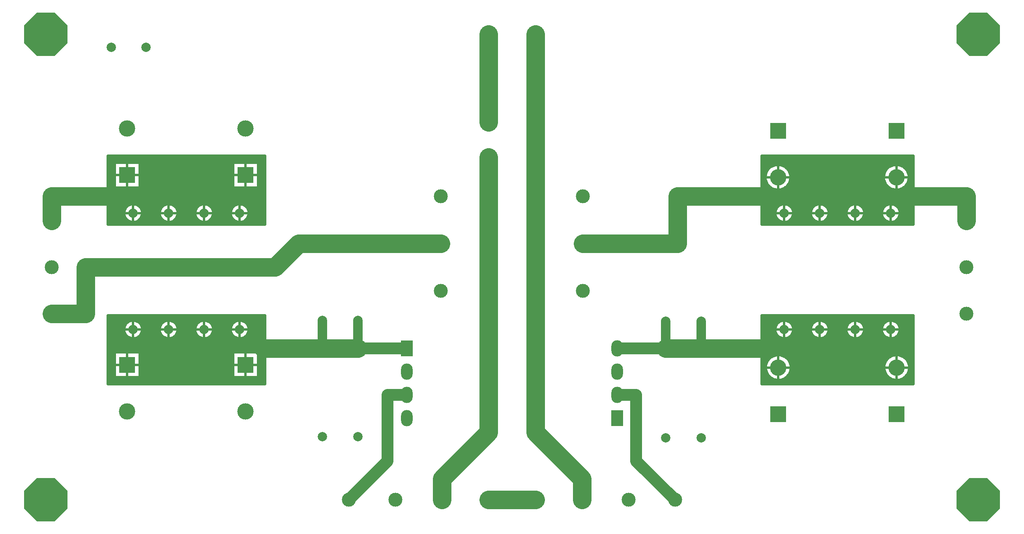
<source format=gbr>
G04 DipTrace 3.3.1.3*
G04 Top.gbr*
%MOMM*%
G04 #@! TF.FileFunction,Copper,L1,Top*
G04 #@! TF.Part,Single*
%AMOUTLINE0*
4,1,8,
4.6194,1.91343,
4.6194,-1.91343,
1.91343,-4.6194,
-1.91343,-4.6194,
-4.6194,-1.91343,
-4.6194,1.91343,
-1.91343,4.6194,
1.91343,4.6194,
4.6194,1.91343,
0*%
G04 #@! TA.AperFunction,Conductor*
%ADD13C,4.0*%
G04 #@! TA.AperFunction,ComponentPad*
%ADD14C,2.0*%
G04 #@! TA.AperFunction,Conductor*
%ADD15C,2.5*%
G04 #@! TA.AperFunction,CopperBalancing*
%ADD16C,0.635*%
%ADD17C,0.5*%
G04 #@! TA.AperFunction,ComponentPad*
%ADD18C,3.0*%
%ADD19O,2.5X3.5*%
%ADD20R,2.5X3.5*%
%ADD21C,3.5*%
%ADD22R,3.5X3.5*%
%ADD43OUTLINE0*%
%FSLAX35Y35*%
G04*
G71*
G90*
G75*
G01*
G04 Top*
%LPD*%
X11422000Y9014500D2*
D13*
Y3151500D1*
X10422000Y1651500D2*
Y2103500D1*
X11422000Y3103500D1*
Y3151500D1*
Y1651500D2*
X12422000D1*
X11422000Y11651500D2*
Y9764500D1*
X12422000Y11651500D2*
Y3151500D1*
Y3103500D1*
X13422000Y2103500D1*
Y1651500D1*
X17383000Y8175500D2*
X15478000D1*
Y7159500D1*
X13446000D1*
X20431000Y8175500D2*
X21668000D1*
Y7651500D1*
X2049000Y5651500D2*
X2778000D1*
Y6651500D1*
X6842000D1*
X7350000Y7159500D1*
X10398000D1*
X3413000Y8175500D2*
X2049000D1*
Y7651500D1*
X14176000Y4901500D2*
D15*
X15224000D1*
D13*
X15932150D1*
X17482000D1*
X15224000Y5484500D2*
D14*
Y4901500D1*
X15986000Y5484500D2*
Y4955350D1*
X15932150Y4901500D1*
X9668000D2*
D15*
X8620000D1*
D13*
X7858000D1*
X6588000D1*
X8620000Y5504500D2*
D14*
Y4901500D1*
X7858000Y5504500D2*
Y4901500D1*
X8422000Y1651500D2*
D15*
X9255000Y2484500D1*
Y3901500D1*
X9668000D1*
X14176000D2*
X14589000D1*
Y2484500D1*
X15422000Y1651500D1*
X17294147Y8969583D2*
D16*
X20519857D1*
X17294147Y8906417D2*
X20519857D1*
X17294147Y8843250D2*
X17540483D1*
X17717517D2*
X20080533D1*
X20257480D2*
X20519857D1*
X17294147Y8780083D2*
X17433020D1*
X17824980D2*
X19973073D1*
X20364940D2*
X20519857D1*
X17294147Y8716917D2*
X17383530D1*
X17874470D2*
X19923580D1*
X20414433D2*
X20519857D1*
X17294147Y8653750D2*
X17357280D1*
X17900720D2*
X19897240D1*
X20440683D2*
X20519857D1*
X17294147Y8590583D2*
X17347527D1*
X17910473D2*
X19887580D1*
X20450433D2*
X20519857D1*
X17294147Y8527417D2*
X17352540D1*
X17905460D2*
X19892500D1*
X20445513D2*
X20519857D1*
X17294147Y8464250D2*
X17373137D1*
X17884863D2*
X19913100D1*
X20424913D2*
X20519857D1*
X17294147Y8401083D2*
X17413880D1*
X17844120D2*
X19953840D1*
X20384170D2*
X20519857D1*
X17294147Y8337917D2*
X17492540D1*
X17765460D2*
X20032500D1*
X20305513D2*
X20519857D1*
X17294147Y8274750D2*
X20519857D1*
X17294147Y8211583D2*
X20519857D1*
X17294147Y8148417D2*
X20519857D1*
X17294147Y8085250D2*
X20519857D1*
X17294147Y8022083D2*
X20519857D1*
X17294147Y7958917D2*
X17623150D1*
X17904823D2*
X18385130D1*
X18666803D2*
X19147200D1*
X19428873D2*
X19909180D1*
X20190850D2*
X20519857D1*
X17294147Y7895750D2*
X17576393D1*
X17951580D2*
X18338373D1*
X18713560D2*
X19100443D1*
X19475630D2*
X19862423D1*
X20237610D2*
X20519857D1*
X17294147Y7832583D2*
X17558620D1*
X17969447D2*
X18320600D1*
X18731423D2*
X19082580D1*
X19493403D2*
X19844557D1*
X20255383D2*
X20519857D1*
X17294147Y7769417D2*
X17561627D1*
X17966347D2*
X18323607D1*
X18728417D2*
X19085587D1*
X19490397D2*
X19847657D1*
X20252373D2*
X20519857D1*
X17294147Y7706250D2*
X17586603D1*
X17941373D2*
X18348673D1*
X18703350D2*
X19110650D1*
X19465330D2*
X19872630D1*
X20227400D2*
X20519857D1*
X17294147Y7643083D2*
X17647670D1*
X17880303D2*
X18409740D1*
X18642283D2*
X19171720D1*
X19404263D2*
X19933697D1*
X20166333D2*
X20519857D1*
X17294147Y7579917D2*
X20519857D1*
X17904250Y8575833D2*
X17902867Y8552547D1*
X17899517Y8529463D1*
X17894227Y8506747D1*
X17887030Y8484557D1*
X17877980Y8463057D1*
X17867147Y8442400D1*
X17854600Y8422737D1*
X17840433Y8404203D1*
X17824750Y8386937D1*
X17807660Y8371060D1*
X17789287Y8356687D1*
X17769763Y8343920D1*
X17749230Y8332853D1*
X17727833Y8323563D1*
X17705727Y8316120D1*
X17683070Y8310573D1*
X17660027Y8306963D1*
X17636757Y8305320D1*
X17613433Y8305650D1*
X17590220Y8307957D1*
X17567287Y8312217D1*
X17544797Y8318403D1*
X17522910Y8326473D1*
X17501787Y8336367D1*
X17481573Y8348013D1*
X17462423Y8361327D1*
X17444467Y8376217D1*
X17427833Y8392573D1*
X17412647Y8410277D1*
X17399013Y8429203D1*
X17387030Y8449217D1*
X17376783Y8470173D1*
X17368350Y8491923D1*
X17361787Y8514307D1*
X17357143Y8537167D1*
X17354450Y8560337D1*
X17353727Y8583650D1*
X17354983Y8606943D1*
X17358207Y8630047D1*
X17363373Y8652793D1*
X17370447Y8675020D1*
X17379377Y8696570D1*
X17390097Y8717287D1*
X17402537Y8737020D1*
X17416600Y8755630D1*
X17432187Y8772983D1*
X17449190Y8788953D1*
X17467483Y8803427D1*
X17486933Y8816300D1*
X17507407Y8827480D1*
X17528753Y8836890D1*
X17550817Y8844453D1*
X17573443Y8850127D1*
X17596470Y8853860D1*
X17619727Y8855633D1*
X17643053Y8855430D1*
X17666277Y8853253D1*
X17689237Y8849120D1*
X17711760Y8843057D1*
X17733690Y8835107D1*
X17754870Y8825330D1*
X17775143Y8813797D1*
X17794370Y8800587D1*
X17812407Y8785797D1*
X17829130Y8769533D1*
X17844413Y8751910D1*
X17858150Y8733060D1*
X17870243Y8713113D1*
X17880603Y8692213D1*
X17889160Y8670513D1*
X17895843Y8648163D1*
X17900617Y8625330D1*
X17903437Y8602177D1*
X17904250Y8575833D1*
X20444250D2*
X20442867Y8552547D1*
X20439517Y8529463D1*
X20434227Y8506747D1*
X20427030Y8484557D1*
X20417980Y8463057D1*
X20407147Y8442400D1*
X20394600Y8422737D1*
X20380433Y8404203D1*
X20364750Y8386937D1*
X20347660Y8371060D1*
X20329287Y8356687D1*
X20309763Y8343920D1*
X20289230Y8332853D1*
X20267833Y8323563D1*
X20245727Y8316120D1*
X20223070Y8310573D1*
X20200027Y8306963D1*
X20176757Y8305320D1*
X20153433Y8305650D1*
X20130220Y8307957D1*
X20107287Y8312217D1*
X20084797Y8318403D1*
X20062910Y8326473D1*
X20041787Y8336367D1*
X20021573Y8348013D1*
X20002423Y8361327D1*
X19984467Y8376217D1*
X19967833Y8392573D1*
X19952647Y8410277D1*
X19939013Y8429203D1*
X19927030Y8449217D1*
X19916783Y8470173D1*
X19908350Y8491923D1*
X19901787Y8514307D1*
X19897143Y8537167D1*
X19894450Y8560337D1*
X19893727Y8583650D1*
X19894983Y8606943D1*
X19898207Y8630047D1*
X19903373Y8652793D1*
X19910447Y8675020D1*
X19919377Y8696570D1*
X19930097Y8717287D1*
X19942537Y8737020D1*
X19956600Y8755630D1*
X19972187Y8772983D1*
X19989190Y8788953D1*
X20007483Y8803427D1*
X20026933Y8816300D1*
X20047407Y8827480D1*
X20068753Y8836890D1*
X20090817Y8844453D1*
X20113443Y8850127D1*
X20136470Y8853860D1*
X20159727Y8855633D1*
X20183053Y8855430D1*
X20206277Y8853253D1*
X20229237Y8849120D1*
X20251760Y8843057D1*
X20273690Y8835107D1*
X20294870Y8825330D1*
X20315143Y8813797D1*
X20334370Y8800587D1*
X20352407Y8785797D1*
X20369130Y8769533D1*
X20384413Y8751910D1*
X20398150Y8733060D1*
X20410243Y8713113D1*
X20420603Y8692213D1*
X20429160Y8670513D1*
X20435843Y8648163D1*
X20440617Y8625330D1*
X20443437Y8602177D1*
X20444250Y8575833D1*
X17964237Y7805833D2*
X17962337Y7782590D1*
X17957747Y7759727D1*
X17950533Y7737550D1*
X17940790Y7716363D1*
X17928650Y7696453D1*
X17914277Y7678087D1*
X17897867Y7661517D1*
X17879643Y7646967D1*
X17859850Y7634633D1*
X17838760Y7624687D1*
X17816657Y7617257D1*
X17793837Y7612443D1*
X17770613Y7610320D1*
X17747300Y7610907D1*
X17724213Y7614200D1*
X17701667Y7620157D1*
X17679967Y7628690D1*
X17659403Y7639690D1*
X17640257Y7653007D1*
X17622790Y7668457D1*
X17607237Y7685833D1*
X17593810Y7704900D1*
X17582690Y7725397D1*
X17574027Y7747050D1*
X17567940Y7769560D1*
X17564510Y7792627D1*
X17563783Y7815937D1*
X17565773Y7839170D1*
X17570450Y7862017D1*
X17577750Y7884167D1*
X17587573Y7905317D1*
X17599790Y7925180D1*
X17614233Y7943490D1*
X17630707Y7959997D1*
X17648987Y7974477D1*
X17668827Y7986733D1*
X17689957Y7996600D1*
X17712090Y8003947D1*
X17734927Y8008670D1*
X17758157Y8010703D1*
X17781467Y8010027D1*
X17804540Y8006643D1*
X17827063Y8000603D1*
X17848733Y7991983D1*
X17869253Y7980903D1*
X17888347Y7967517D1*
X17905753Y7951997D1*
X17921240Y7934563D1*
X17934597Y7915443D1*
X17945637Y7894903D1*
X17954217Y7873220D1*
X17960217Y7850683D1*
X17963557Y7827603D1*
X17964237Y7805833D1*
X18726237D2*
X18724337Y7782590D1*
X18719747Y7759727D1*
X18712533Y7737550D1*
X18702790Y7716363D1*
X18690650Y7696453D1*
X18676277Y7678087D1*
X18659867Y7661517D1*
X18641643Y7646967D1*
X18621850Y7634633D1*
X18600760Y7624687D1*
X18578657Y7617257D1*
X18555837Y7612443D1*
X18532613Y7610320D1*
X18509300Y7610907D1*
X18486213Y7614200D1*
X18463667Y7620157D1*
X18441967Y7628690D1*
X18421403Y7639690D1*
X18402257Y7653007D1*
X18384790Y7668457D1*
X18369237Y7685833D1*
X18355810Y7704900D1*
X18344690Y7725397D1*
X18336027Y7747050D1*
X18329940Y7769560D1*
X18326510Y7792627D1*
X18325783Y7815937D1*
X18327773Y7839170D1*
X18332450Y7862017D1*
X18339750Y7884167D1*
X18349573Y7905317D1*
X18361790Y7925180D1*
X18376233Y7943490D1*
X18392707Y7959997D1*
X18410987Y7974477D1*
X18430827Y7986733D1*
X18451957Y7996600D1*
X18474090Y8003947D1*
X18496927Y8008670D1*
X18520157Y8010703D1*
X18543467Y8010027D1*
X18566540Y8006643D1*
X18589063Y8000603D1*
X18610733Y7991983D1*
X18631253Y7980903D1*
X18650347Y7967517D1*
X18667753Y7951997D1*
X18683240Y7934563D1*
X18696597Y7915443D1*
X18707637Y7894903D1*
X18716217Y7873220D1*
X18722217Y7850683D1*
X18725557Y7827603D1*
X18726237Y7805833D1*
X19488237D2*
X19486337Y7782590D1*
X19481747Y7759727D1*
X19474533Y7737550D1*
X19464790Y7716363D1*
X19452650Y7696453D1*
X19438277Y7678087D1*
X19421867Y7661517D1*
X19403643Y7646967D1*
X19383850Y7634633D1*
X19362760Y7624687D1*
X19340657Y7617257D1*
X19317837Y7612443D1*
X19294613Y7610320D1*
X19271300Y7610907D1*
X19248213Y7614200D1*
X19225667Y7620157D1*
X19203967Y7628690D1*
X19183403Y7639690D1*
X19164257Y7653007D1*
X19146790Y7668457D1*
X19131237Y7685833D1*
X19117810Y7704900D1*
X19106690Y7725397D1*
X19098027Y7747050D1*
X19091940Y7769560D1*
X19088510Y7792627D1*
X19087783Y7815937D1*
X19089773Y7839170D1*
X19094450Y7862017D1*
X19101750Y7884167D1*
X19111573Y7905317D1*
X19123790Y7925180D1*
X19138233Y7943490D1*
X19154707Y7959997D1*
X19172987Y7974477D1*
X19192827Y7986733D1*
X19213957Y7996600D1*
X19236090Y8003947D1*
X19258927Y8008670D1*
X19282157Y8010703D1*
X19305467Y8010027D1*
X19328540Y8006643D1*
X19351063Y8000603D1*
X19372733Y7991983D1*
X19393253Y7980903D1*
X19412347Y7967517D1*
X19429753Y7951997D1*
X19445240Y7934563D1*
X19458597Y7915443D1*
X19469637Y7894903D1*
X19478217Y7873220D1*
X19484217Y7850683D1*
X19487557Y7827603D1*
X19488237Y7805833D1*
X20250237D2*
X20248337Y7782590D1*
X20243747Y7759727D1*
X20236533Y7737550D1*
X20226790Y7716363D1*
X20214650Y7696453D1*
X20200277Y7678087D1*
X20183867Y7661517D1*
X20165643Y7646967D1*
X20145850Y7634633D1*
X20124760Y7624687D1*
X20102657Y7617257D1*
X20079837Y7612443D1*
X20056613Y7610320D1*
X20033300Y7610907D1*
X20010213Y7614200D1*
X19987667Y7620157D1*
X19965967Y7628690D1*
X19945403Y7639690D1*
X19926257Y7653007D1*
X19908790Y7668457D1*
X19893237Y7685833D1*
X19879810Y7704900D1*
X19868690Y7725397D1*
X19860027Y7747050D1*
X19853940Y7769560D1*
X19850510Y7792627D1*
X19849783Y7815937D1*
X19851773Y7839170D1*
X19856450Y7862017D1*
X19863750Y7884167D1*
X19873573Y7905317D1*
X19885790Y7925180D1*
X19900233Y7943490D1*
X19916707Y7959997D1*
X19934987Y7974477D1*
X19954827Y7986733D1*
X19975957Y7996600D1*
X19998090Y8003947D1*
X20020927Y8008670D1*
X20044157Y8010703D1*
X20067467Y8010027D1*
X20090540Y8006643D1*
X20113063Y8000603D1*
X20134733Y7991983D1*
X20155253Y7980903D1*
X20174347Y7967517D1*
X20191753Y7951997D1*
X20207240Y7934563D1*
X20220597Y7915443D1*
X20231637Y7894903D1*
X20240217Y7873220D1*
X20246217Y7850683D1*
X20249557Y7827603D1*
X20250237Y7805833D1*
X20526250Y7572310D2*
Y9032830D1*
X17287780Y9032750D1*
X17287750Y7572170D1*
X20526220Y7572250D1*
X17629000Y8855700D2*
D17*
Y8305300D1*
X17353800Y8580500D2*
X17904200D1*
X20169000Y8855700D2*
Y8305300D1*
X19893800Y8580500D2*
X20444200D1*
X17764000Y8010700D2*
Y7610300D1*
X17563800Y7810500D2*
X17964200D1*
X18526000Y8010700D2*
Y7610300D1*
X18325800Y7810500D2*
X18726200D1*
X19288000Y8010700D2*
Y7610300D1*
X19087800Y7810500D2*
X19488200D1*
X20050000Y8010700D2*
Y7610300D1*
X19849800Y7810500D2*
X20250200D1*
X17294147Y5540583D2*
D16*
X20519857D1*
X17294147Y5477417D2*
X17646940D1*
X17881033D2*
X18408920D1*
X18643013D2*
X19170990D1*
X19405083D2*
X19932970D1*
X20167063D2*
X20519857D1*
X17294147Y5414250D2*
X17586330D1*
X17941647D2*
X18348307D1*
X18703717D2*
X19110287D1*
X19465697D2*
X19872357D1*
X20227673D2*
X20519857D1*
X17294147Y5351083D2*
X17561537D1*
X17966530D2*
X18323517D1*
X18728507D2*
X19085497D1*
X19490487D2*
X19847473D1*
X20252467D2*
X20519857D1*
X17294147Y5287917D2*
X17558620D1*
X17969353D2*
X18320600D1*
X18731333D2*
X19082670D1*
X19493403D2*
X19844650D1*
X20255383D2*
X20519857D1*
X17294147Y5224750D2*
X17576667D1*
X17951397D2*
X18338647D1*
X18713377D2*
X19100627D1*
X19475357D2*
X19862603D1*
X20237337D2*
X20519857D1*
X17294147Y5161583D2*
X17623697D1*
X17904277D2*
X18385677D1*
X18666253D2*
X19147747D1*
X19428327D2*
X19909727D1*
X20190303D2*
X20519857D1*
X17294147Y5098417D2*
X20519857D1*
X17294147Y5035250D2*
X20519857D1*
X17294147Y4972083D2*
X20519857D1*
X17294147Y4908917D2*
X20519857D1*
X17294147Y4845750D2*
X20519857D1*
X17294147Y4782583D2*
X20519857D1*
X17294147Y4719417D2*
X17474767D1*
X17799183D2*
X20014817D1*
X20339237D2*
X20519857D1*
X17294147Y4656250D2*
X17409323D1*
X17864627D2*
X19949377D1*
X20404680D2*
X20519857D1*
X17294147Y4593083D2*
X17374413D1*
X17899627D2*
X19914377D1*
X20439587D2*
X20519857D1*
X17294147Y4529917D2*
X17357917D1*
X17916123D2*
X19897877D1*
X20456087D2*
X20519857D1*
X17294147Y4466750D2*
X17356550D1*
X17917400D2*
X19896603D1*
X20457453D2*
X20519857D1*
X17294147Y4403583D2*
X17370130D1*
X17903910D2*
X19910090D1*
X20443873D2*
X20519857D1*
X17294147Y4340417D2*
X17401210D1*
X17872830D2*
X19941173D1*
X20412790D2*
X20519857D1*
X17294147Y4277250D2*
X17458997D1*
X17814953D2*
X19999050D1*
X20355003D2*
X20519857D1*
X17294147Y4214083D2*
X20519857D1*
X17294147Y4150917D2*
X20519857D1*
X17912250Y4487833D2*
X17910867Y4464547D1*
X17907517Y4441463D1*
X17902227Y4418747D1*
X17895030Y4396557D1*
X17885980Y4375057D1*
X17875147Y4354400D1*
X17862600Y4334737D1*
X17848433Y4316203D1*
X17832750Y4298937D1*
X17815660Y4283060D1*
X17797287Y4268687D1*
X17777763Y4255920D1*
X17757230Y4244853D1*
X17735833Y4235563D1*
X17713727Y4228120D1*
X17691070Y4222573D1*
X17668027Y4218963D1*
X17644757Y4217320D1*
X17621433Y4217650D1*
X17598220Y4219957D1*
X17575287Y4224217D1*
X17552797Y4230403D1*
X17530910Y4238473D1*
X17509787Y4248367D1*
X17489573Y4260013D1*
X17470423Y4273327D1*
X17452467Y4288217D1*
X17435833Y4304573D1*
X17420647Y4322277D1*
X17407013Y4341203D1*
X17395030Y4361217D1*
X17384783Y4382173D1*
X17376350Y4403923D1*
X17369787Y4426307D1*
X17365143Y4449167D1*
X17362450Y4472337D1*
X17361727Y4495650D1*
X17362983Y4518943D1*
X17366207Y4542047D1*
X17371373Y4564793D1*
X17378447Y4587020D1*
X17387377Y4608570D1*
X17398097Y4629287D1*
X17410537Y4649020D1*
X17424600Y4667630D1*
X17440187Y4684983D1*
X17457190Y4700953D1*
X17475483Y4715427D1*
X17494933Y4728300D1*
X17515407Y4739480D1*
X17536753Y4748890D1*
X17558817Y4756453D1*
X17581443Y4762127D1*
X17604470Y4765860D1*
X17627727Y4767633D1*
X17651053Y4767430D1*
X17674277Y4765253D1*
X17697237Y4761120D1*
X17719760Y4755057D1*
X17741690Y4747107D1*
X17762870Y4737330D1*
X17783143Y4725797D1*
X17802370Y4712587D1*
X17820407Y4697797D1*
X17837130Y4681533D1*
X17852413Y4663910D1*
X17866150Y4645060D1*
X17878243Y4625113D1*
X17888603Y4604213D1*
X17897160Y4582513D1*
X17903843Y4560163D1*
X17908617Y4537330D1*
X17911437Y4514177D1*
X17912250Y4487833D1*
X20452250D2*
X20450867Y4464547D1*
X20447517Y4441463D1*
X20442227Y4418747D1*
X20435030Y4396557D1*
X20425980Y4375057D1*
X20415147Y4354400D1*
X20402600Y4334737D1*
X20388433Y4316203D1*
X20372750Y4298937D1*
X20355660Y4283060D1*
X20337287Y4268687D1*
X20317763Y4255920D1*
X20297230Y4244853D1*
X20275833Y4235563D1*
X20253727Y4228120D1*
X20231070Y4222573D1*
X20208027Y4218963D1*
X20184757Y4217320D1*
X20161433Y4217650D1*
X20138220Y4219957D1*
X20115287Y4224217D1*
X20092797Y4230403D1*
X20070910Y4238473D1*
X20049787Y4248367D1*
X20029573Y4260013D1*
X20010423Y4273327D1*
X19992467Y4288217D1*
X19975833Y4304573D1*
X19960647Y4322277D1*
X19947013Y4341203D1*
X19935030Y4361217D1*
X19924783Y4382173D1*
X19916350Y4403923D1*
X19909787Y4426307D1*
X19905143Y4449167D1*
X19902450Y4472337D1*
X19901727Y4495650D1*
X19902983Y4518943D1*
X19906207Y4542047D1*
X19911373Y4564793D1*
X19918447Y4587020D1*
X19927377Y4608570D1*
X19938097Y4629287D1*
X19950537Y4649020D1*
X19964600Y4667630D1*
X19980187Y4684983D1*
X19997190Y4700953D1*
X20015483Y4715427D1*
X20034933Y4728300D1*
X20055407Y4739480D1*
X20076753Y4748890D1*
X20098817Y4756453D1*
X20121443Y4762127D1*
X20144470Y4765860D1*
X20167727Y4767633D1*
X20191053Y4767430D1*
X20214277Y4765253D1*
X20237237Y4761120D1*
X20259760Y4755057D1*
X20281690Y4747107D1*
X20302870Y4737330D1*
X20323143Y4725797D1*
X20342370Y4712587D1*
X20360407Y4697797D1*
X20377130Y4681533D1*
X20392413Y4663910D1*
X20406150Y4645060D1*
X20418243Y4625113D1*
X20428603Y4604213D1*
X20437160Y4582513D1*
X20443843Y4560163D1*
X20448617Y4537330D1*
X20451437Y4514177D1*
X20452250Y4487833D1*
X17964237Y5305833D2*
X17962337Y5282590D1*
X17957747Y5259727D1*
X17950533Y5237550D1*
X17940790Y5216363D1*
X17928650Y5196453D1*
X17914277Y5178087D1*
X17897867Y5161517D1*
X17879643Y5146967D1*
X17859850Y5134633D1*
X17838760Y5124687D1*
X17816657Y5117257D1*
X17793837Y5112443D1*
X17770613Y5110320D1*
X17747300Y5110907D1*
X17724213Y5114200D1*
X17701667Y5120157D1*
X17679967Y5128690D1*
X17659403Y5139690D1*
X17640257Y5153007D1*
X17622790Y5168457D1*
X17607237Y5185833D1*
X17593810Y5204900D1*
X17582690Y5225397D1*
X17574027Y5247050D1*
X17567940Y5269560D1*
X17564510Y5292627D1*
X17563783Y5315937D1*
X17565773Y5339170D1*
X17570450Y5362017D1*
X17577750Y5384167D1*
X17587573Y5405317D1*
X17599790Y5425180D1*
X17614233Y5443490D1*
X17630707Y5459997D1*
X17648987Y5474477D1*
X17668827Y5486733D1*
X17689957Y5496600D1*
X17712090Y5503947D1*
X17734927Y5508670D1*
X17758157Y5510703D1*
X17781467Y5510027D1*
X17804540Y5506643D1*
X17827063Y5500603D1*
X17848733Y5491983D1*
X17869253Y5480903D1*
X17888347Y5467517D1*
X17905753Y5451997D1*
X17921240Y5434563D1*
X17934597Y5415443D1*
X17945637Y5394903D1*
X17954217Y5373220D1*
X17960217Y5350683D1*
X17963557Y5327603D1*
X17964237Y5305833D1*
X18726237D2*
X18724337Y5282590D1*
X18719747Y5259727D1*
X18712533Y5237550D1*
X18702790Y5216363D1*
X18690650Y5196453D1*
X18676277Y5178087D1*
X18659867Y5161517D1*
X18641643Y5146967D1*
X18621850Y5134633D1*
X18600760Y5124687D1*
X18578657Y5117257D1*
X18555837Y5112443D1*
X18532613Y5110320D1*
X18509300Y5110907D1*
X18486213Y5114200D1*
X18463667Y5120157D1*
X18441967Y5128690D1*
X18421403Y5139690D1*
X18402257Y5153007D1*
X18384790Y5168457D1*
X18369237Y5185833D1*
X18355810Y5204900D1*
X18344690Y5225397D1*
X18336027Y5247050D1*
X18329940Y5269560D1*
X18326510Y5292627D1*
X18325783Y5315937D1*
X18327773Y5339170D1*
X18332450Y5362017D1*
X18339750Y5384167D1*
X18349573Y5405317D1*
X18361790Y5425180D1*
X18376233Y5443490D1*
X18392707Y5459997D1*
X18410987Y5474477D1*
X18430827Y5486733D1*
X18451957Y5496600D1*
X18474090Y5503947D1*
X18496927Y5508670D1*
X18520157Y5510703D1*
X18543467Y5510027D1*
X18566540Y5506643D1*
X18589063Y5500603D1*
X18610733Y5491983D1*
X18631253Y5480903D1*
X18650347Y5467517D1*
X18667753Y5451997D1*
X18683240Y5434563D1*
X18696597Y5415443D1*
X18707637Y5394903D1*
X18716217Y5373220D1*
X18722217Y5350683D1*
X18725557Y5327603D1*
X18726237Y5305833D1*
X19488237D2*
X19486337Y5282590D1*
X19481747Y5259727D1*
X19474533Y5237550D1*
X19464790Y5216363D1*
X19452650Y5196453D1*
X19438277Y5178087D1*
X19421867Y5161517D1*
X19403643Y5146967D1*
X19383850Y5134633D1*
X19362760Y5124687D1*
X19340657Y5117257D1*
X19317837Y5112443D1*
X19294613Y5110320D1*
X19271300Y5110907D1*
X19248213Y5114200D1*
X19225667Y5120157D1*
X19203967Y5128690D1*
X19183403Y5139690D1*
X19164257Y5153007D1*
X19146790Y5168457D1*
X19131237Y5185833D1*
X19117810Y5204900D1*
X19106690Y5225397D1*
X19098027Y5247050D1*
X19091940Y5269560D1*
X19088510Y5292627D1*
X19087783Y5315937D1*
X19089773Y5339170D1*
X19094450Y5362017D1*
X19101750Y5384167D1*
X19111573Y5405317D1*
X19123790Y5425180D1*
X19138233Y5443490D1*
X19154707Y5459997D1*
X19172987Y5474477D1*
X19192827Y5486733D1*
X19213957Y5496600D1*
X19236090Y5503947D1*
X19258927Y5508670D1*
X19282157Y5510703D1*
X19305467Y5510027D1*
X19328540Y5506643D1*
X19351063Y5500603D1*
X19372733Y5491983D1*
X19393253Y5480903D1*
X19412347Y5467517D1*
X19429753Y5451997D1*
X19445240Y5434563D1*
X19458597Y5415443D1*
X19469637Y5394903D1*
X19478217Y5373220D1*
X19484217Y5350683D1*
X19487557Y5327603D1*
X19488237Y5305833D1*
X20250237D2*
X20248337Y5282590D1*
X20243747Y5259727D1*
X20236533Y5237550D1*
X20226790Y5216363D1*
X20214650Y5196453D1*
X20200277Y5178087D1*
X20183867Y5161517D1*
X20165643Y5146967D1*
X20145850Y5134633D1*
X20124760Y5124687D1*
X20102657Y5117257D1*
X20079837Y5112443D1*
X20056613Y5110320D1*
X20033300Y5110907D1*
X20010213Y5114200D1*
X19987667Y5120157D1*
X19965967Y5128690D1*
X19945403Y5139690D1*
X19926257Y5153007D1*
X19908790Y5168457D1*
X19893237Y5185833D1*
X19879810Y5204900D1*
X19868690Y5225397D1*
X19860027Y5247050D1*
X19853940Y5269560D1*
X19850510Y5292627D1*
X19849783Y5315937D1*
X19851773Y5339170D1*
X19856450Y5362017D1*
X19863750Y5384167D1*
X19873573Y5405317D1*
X19885790Y5425180D1*
X19900233Y5443490D1*
X19916707Y5459997D1*
X19934987Y5474477D1*
X19954827Y5486733D1*
X19975957Y5496600D1*
X19998090Y5503947D1*
X20020927Y5508670D1*
X20044157Y5510703D1*
X20067467Y5510027D1*
X20090540Y5506643D1*
X20113063Y5500603D1*
X20134733Y5491983D1*
X20155253Y5480903D1*
X20174347Y5467517D1*
X20191753Y5451997D1*
X20207240Y5434563D1*
X20220597Y5415443D1*
X20231637Y5394903D1*
X20240217Y5373220D1*
X20246217Y5350683D1*
X20249557Y5327603D1*
X20250237Y5305833D1*
X20526190Y5603750D2*
X17287780D1*
X17287750Y4143170D1*
X20526220Y4143250D1*
X20526250Y5603830D1*
X17637000Y4767700D2*
D17*
Y4217300D1*
X17361800Y4492500D2*
X17912200D1*
X20177000Y4767700D2*
Y4217300D1*
X19901800Y4492500D2*
X20452200D1*
X17764000Y5510700D2*
Y5110300D1*
X17563800Y5310500D2*
X17964200D1*
X18526000Y5510700D2*
Y5110300D1*
X18325800Y5310500D2*
X18726200D1*
X19288000Y5510700D2*
Y5110300D1*
X19087800Y5310500D2*
X19488200D1*
X20050000Y5510700D2*
Y5110300D1*
X19849800Y5310500D2*
X20250200D1*
X3260647Y5540583D2*
D16*
X6613413D1*
X3260647Y5477417D2*
X3676970D1*
X3911063D2*
X4438947D1*
X4673040D2*
X5200927D1*
X5435020D2*
X5962907D1*
X6197090D2*
X6613413D1*
X3260647Y5414250D2*
X3616357D1*
X3971673D2*
X4378337D1*
X4733653D2*
X5140317D1*
X5495633D2*
X5902293D1*
X6257703D2*
X6613413D1*
X3260647Y5351083D2*
X3591473D1*
X3996467D2*
X4353543D1*
X4758447D2*
X5115523D1*
X5520517D2*
X5877503D1*
X6282493D2*
X6613413D1*
X3260647Y5287917D2*
X3588650D1*
X3999383D2*
X4350627D1*
X4761363D2*
X5112607D1*
X5523340D2*
X5874677D1*
X6285320D2*
X6613413D1*
X3260647Y5224750D2*
X3606603D1*
X3981337D2*
X4368673D1*
X4743313D2*
X5130653D1*
X5505387D2*
X5892633D1*
X6267363D2*
X6613413D1*
X3260647Y5161583D2*
X3653727D1*
X3934303D2*
X4415707D1*
X4696283D2*
X5177687D1*
X5458263D2*
X5939757D1*
X6220333D2*
X6613413D1*
X3260647Y5098417D2*
X6613413D1*
X3260647Y5035250D2*
X6613413D1*
X3260647Y4972083D2*
X6613413D1*
X3260647Y4908917D2*
X6613413D1*
X3260647Y4845750D2*
X6613413D1*
X3260647Y4782583D2*
X3385393D1*
X3948613D2*
X5925353D1*
X6488667D2*
X6613413D1*
X3260647Y4719417D2*
X3385393D1*
X3948613D2*
X5925353D1*
X6488667D2*
X6613413D1*
X3260647Y4656250D2*
X3385393D1*
X3948613D2*
X5925353D1*
X6488667D2*
X6613413D1*
X3260647Y4593083D2*
X3385393D1*
X3948613D2*
X5925353D1*
X6488667D2*
X6613413D1*
X3260647Y4529917D2*
X3385393D1*
X3948613D2*
X5925353D1*
X6488667D2*
X6613413D1*
X3260647Y4466750D2*
X3385393D1*
X3948613D2*
X5925353D1*
X6488667D2*
X6613413D1*
X3260647Y4403583D2*
X3385393D1*
X3948613D2*
X5925353D1*
X6488667D2*
X6613413D1*
X3260647Y4340417D2*
X3385393D1*
X3948613D2*
X5925353D1*
X6488667D2*
X6613413D1*
X3260647Y4277250D2*
X3385393D1*
X3948613D2*
X5925353D1*
X6488667D2*
X6613413D1*
X3260647Y4214083D2*
X6613413D1*
X3260647Y4150917D2*
X6613413D1*
X3396377Y4824057D2*
X3942290D1*
Y4273477D1*
X3391710D1*
Y4824057D1*
X3396377D1*
X5936377D2*
X6482290D1*
Y4273477D1*
X5931710D1*
Y4824057D1*
X5936377D1*
X3994237Y5305833D2*
X3992337Y5282590D1*
X3987747Y5259727D1*
X3980533Y5237550D1*
X3970790Y5216363D1*
X3958650Y5196453D1*
X3944277Y5178087D1*
X3927867Y5161517D1*
X3909643Y5146967D1*
X3889850Y5134633D1*
X3868760Y5124687D1*
X3846657Y5117257D1*
X3823837Y5112443D1*
X3800613Y5110320D1*
X3777300Y5110907D1*
X3754213Y5114200D1*
X3731667Y5120157D1*
X3709967Y5128690D1*
X3689403Y5139690D1*
X3670257Y5153007D1*
X3652790Y5168457D1*
X3637237Y5185833D1*
X3623810Y5204900D1*
X3612690Y5225397D1*
X3604027Y5247050D1*
X3597940Y5269560D1*
X3594510Y5292627D1*
X3593783Y5315937D1*
X3595773Y5339170D1*
X3600450Y5362017D1*
X3607750Y5384167D1*
X3617573Y5405317D1*
X3629790Y5425180D1*
X3644233Y5443490D1*
X3660707Y5459997D1*
X3678987Y5474477D1*
X3698827Y5486733D1*
X3719957Y5496600D1*
X3742090Y5503947D1*
X3764927Y5508670D1*
X3788157Y5510703D1*
X3811467Y5510027D1*
X3834540Y5506643D1*
X3857063Y5500603D1*
X3878733Y5491983D1*
X3899253Y5480903D1*
X3918347Y5467517D1*
X3935753Y5451997D1*
X3951240Y5434563D1*
X3964597Y5415443D1*
X3975637Y5394903D1*
X3984217Y5373220D1*
X3990217Y5350683D1*
X3993557Y5327603D1*
X3994237Y5305833D1*
X4756237D2*
X4754337Y5282590D1*
X4749747Y5259727D1*
X4742533Y5237550D1*
X4732790Y5216363D1*
X4720650Y5196453D1*
X4706277Y5178087D1*
X4689867Y5161517D1*
X4671643Y5146967D1*
X4651850Y5134633D1*
X4630760Y5124687D1*
X4608657Y5117257D1*
X4585837Y5112443D1*
X4562613Y5110320D1*
X4539300Y5110907D1*
X4516213Y5114200D1*
X4493667Y5120157D1*
X4471967Y5128690D1*
X4451403Y5139690D1*
X4432257Y5153007D1*
X4414790Y5168457D1*
X4399237Y5185833D1*
X4385810Y5204900D1*
X4374690Y5225397D1*
X4366027Y5247050D1*
X4359940Y5269560D1*
X4356510Y5292627D1*
X4355783Y5315937D1*
X4357773Y5339170D1*
X4362450Y5362017D1*
X4369750Y5384167D1*
X4379573Y5405317D1*
X4391790Y5425180D1*
X4406233Y5443490D1*
X4422707Y5459997D1*
X4440987Y5474477D1*
X4460827Y5486733D1*
X4481957Y5496600D1*
X4504090Y5503947D1*
X4526927Y5508670D1*
X4550157Y5510703D1*
X4573467Y5510027D1*
X4596540Y5506643D1*
X4619063Y5500603D1*
X4640733Y5491983D1*
X4661253Y5480903D1*
X4680347Y5467517D1*
X4697753Y5451997D1*
X4713240Y5434563D1*
X4726597Y5415443D1*
X4737637Y5394903D1*
X4746217Y5373220D1*
X4752217Y5350683D1*
X4755557Y5327603D1*
X4756237Y5305833D1*
X5518237D2*
X5516337Y5282590D1*
X5511747Y5259727D1*
X5504533Y5237550D1*
X5494790Y5216363D1*
X5482650Y5196453D1*
X5468277Y5178087D1*
X5451867Y5161517D1*
X5433643Y5146967D1*
X5413850Y5134633D1*
X5392760Y5124687D1*
X5370657Y5117257D1*
X5347837Y5112443D1*
X5324613Y5110320D1*
X5301300Y5110907D1*
X5278213Y5114200D1*
X5255667Y5120157D1*
X5233967Y5128690D1*
X5213403Y5139690D1*
X5194257Y5153007D1*
X5176790Y5168457D1*
X5161237Y5185833D1*
X5147810Y5204900D1*
X5136690Y5225397D1*
X5128027Y5247050D1*
X5121940Y5269560D1*
X5118510Y5292627D1*
X5117783Y5315937D1*
X5119773Y5339170D1*
X5124450Y5362017D1*
X5131750Y5384167D1*
X5141573Y5405317D1*
X5153790Y5425180D1*
X5168233Y5443490D1*
X5184707Y5459997D1*
X5202987Y5474477D1*
X5222827Y5486733D1*
X5243957Y5496600D1*
X5266090Y5503947D1*
X5288927Y5508670D1*
X5312157Y5510703D1*
X5335467Y5510027D1*
X5358540Y5506643D1*
X5381063Y5500603D1*
X5402733Y5491983D1*
X5423253Y5480903D1*
X5442347Y5467517D1*
X5459753Y5451997D1*
X5475240Y5434563D1*
X5488597Y5415443D1*
X5499637Y5394903D1*
X5508217Y5373220D1*
X5514217Y5350683D1*
X5517557Y5327603D1*
X5518237Y5305833D1*
X6280237D2*
X6278337Y5282590D1*
X6273747Y5259727D1*
X6266533Y5237550D1*
X6256790Y5216363D1*
X6244650Y5196453D1*
X6230277Y5178087D1*
X6213867Y5161517D1*
X6195643Y5146967D1*
X6175850Y5134633D1*
X6154760Y5124687D1*
X6132657Y5117257D1*
X6109837Y5112443D1*
X6086613Y5110320D1*
X6063300Y5110907D1*
X6040213Y5114200D1*
X6017667Y5120157D1*
X5995967Y5128690D1*
X5975403Y5139690D1*
X5956257Y5153007D1*
X5938790Y5168457D1*
X5923237Y5185833D1*
X5909810Y5204900D1*
X5898690Y5225397D1*
X5890027Y5247050D1*
X5883940Y5269560D1*
X5880510Y5292627D1*
X5879783Y5315937D1*
X5881773Y5339170D1*
X5886450Y5362017D1*
X5893750Y5384167D1*
X5903573Y5405317D1*
X5915790Y5425180D1*
X5930233Y5443490D1*
X5946707Y5459997D1*
X5964987Y5474477D1*
X5984827Y5486733D1*
X6005957Y5496600D1*
X6028090Y5503947D1*
X6050927Y5508670D1*
X6074157Y5510703D1*
X6097467Y5510027D1*
X6120540Y5506643D1*
X6143063Y5500603D1*
X6164733Y5491983D1*
X6185253Y5480903D1*
X6204347Y5467517D1*
X6221753Y5451997D1*
X6237240Y5434563D1*
X6250597Y5415443D1*
X6261637Y5394903D1*
X6270217Y5373220D1*
X6276217Y5350683D1*
X6279557Y5327603D1*
X6280237Y5305833D1*
X6619690Y5603750D2*
X3254220D1*
X3254250Y4143170D1*
X6619780Y4143250D1*
X6619750Y5603830D1*
X3667000Y4823967D2*
D17*
Y4273567D1*
X3391800Y4548767D2*
X3942200D1*
X6207000Y4823967D2*
Y4273567D1*
X5931800Y4548767D2*
X6482200D1*
X3794000Y5510700D2*
Y5110300D1*
X3593800Y5310500D2*
X3994200D1*
X4556000Y5510700D2*
Y5110300D1*
X4355800Y5310500D2*
X4756200D1*
X5318000Y5510700D2*
Y5110300D1*
X5117800Y5310500D2*
X5518200D1*
X6080000Y5510700D2*
Y5110300D1*
X5879800Y5310500D2*
X6280200D1*
X3260647Y8969583D2*
D16*
X6613413D1*
X3260647Y8906417D2*
X6613413D1*
X3260647Y8843250D2*
X3385393D1*
X3948613D2*
X5925353D1*
X6488667D2*
X6613413D1*
X3260647Y8780083D2*
X3385393D1*
X3948613D2*
X5925353D1*
X6488667D2*
X6613413D1*
X3260647Y8716917D2*
X3385393D1*
X3948613D2*
X5925353D1*
X6488667D2*
X6613413D1*
X3260647Y8653750D2*
X3385393D1*
X3948613D2*
X5925353D1*
X6488667D2*
X6613413D1*
X3260647Y8590583D2*
X3385393D1*
X3948613D2*
X5925353D1*
X6488667D2*
X6613413D1*
X3260647Y8527417D2*
X3385393D1*
X3948613D2*
X5925353D1*
X6488667D2*
X6613413D1*
X3260647Y8464250D2*
X3385393D1*
X3948613D2*
X5925353D1*
X6488667D2*
X6613413D1*
X3260647Y8401083D2*
X3385393D1*
X3948613D2*
X5925353D1*
X6488667D2*
X6613413D1*
X3260647Y8337917D2*
X6613413D1*
X3260647Y8274750D2*
X6613413D1*
X3260647Y8211583D2*
X6613413D1*
X3260647Y8148417D2*
X6613413D1*
X3260647Y8085250D2*
X6613413D1*
X3260647Y8022083D2*
X6613413D1*
X3260647Y7958917D2*
X3653180D1*
X3934850D2*
X4415160D1*
X4696830D2*
X5177137D1*
X5458810D2*
X5939117D1*
X6220880D2*
X6613413D1*
X3260647Y7895750D2*
X3606423D1*
X3981610D2*
X4368400D1*
X4743587D2*
X5130380D1*
X5505567D2*
X5892450D1*
X6267547D2*
X6613413D1*
X3260647Y7832583D2*
X3588557D1*
X3999383D2*
X4350537D1*
X4761453D2*
X5112607D1*
X5523433D2*
X5874587D1*
X6285410D2*
X6613413D1*
X3260647Y7769417D2*
X3591657D1*
X3996373D2*
X4353637D1*
X4758353D2*
X5115613D1*
X5520423D2*
X5877593D1*
X6282403D2*
X6613413D1*
X3260647Y7706250D2*
X3616630D1*
X3971400D2*
X4378610D1*
X4733380D2*
X5140590D1*
X5495360D2*
X5902660D1*
X6257337D2*
X6613413D1*
X3260647Y7643083D2*
X3677697D1*
X3910333D2*
X4439677D1*
X4672313D2*
X5201747D1*
X5434290D2*
X5963727D1*
X6196270D2*
X6613413D1*
X3260647Y7579917D2*
X6613413D1*
X3396377Y8904057D2*
X3942290D1*
Y8353477D1*
X3391710D1*
Y8904057D1*
X3396377D1*
X5936377D2*
X6482290D1*
Y8353477D1*
X5931710D1*
Y8904057D1*
X5936377D1*
X3994237Y7805833D2*
X3992337Y7782590D1*
X3987747Y7759727D1*
X3980533Y7737550D1*
X3970790Y7716363D1*
X3958650Y7696453D1*
X3944277Y7678087D1*
X3927867Y7661517D1*
X3909643Y7646967D1*
X3889850Y7634633D1*
X3868760Y7624687D1*
X3846657Y7617257D1*
X3823837Y7612443D1*
X3800613Y7610320D1*
X3777300Y7610907D1*
X3754213Y7614200D1*
X3731667Y7620157D1*
X3709967Y7628690D1*
X3689403Y7639690D1*
X3670257Y7653007D1*
X3652790Y7668457D1*
X3637237Y7685833D1*
X3623810Y7704900D1*
X3612690Y7725397D1*
X3604027Y7747050D1*
X3597940Y7769560D1*
X3594510Y7792627D1*
X3593783Y7815937D1*
X3595773Y7839170D1*
X3600450Y7862017D1*
X3607750Y7884167D1*
X3617573Y7905317D1*
X3629790Y7925180D1*
X3644233Y7943490D1*
X3660707Y7959997D1*
X3678987Y7974477D1*
X3698827Y7986733D1*
X3719957Y7996600D1*
X3742090Y8003947D1*
X3764927Y8008670D1*
X3788157Y8010703D1*
X3811467Y8010027D1*
X3834540Y8006643D1*
X3857063Y8000603D1*
X3878733Y7991983D1*
X3899253Y7980903D1*
X3918347Y7967517D1*
X3935753Y7951997D1*
X3951240Y7934563D1*
X3964597Y7915443D1*
X3975637Y7894903D1*
X3984217Y7873220D1*
X3990217Y7850683D1*
X3993557Y7827603D1*
X3994237Y7805833D1*
X4756237D2*
X4754337Y7782590D1*
X4749747Y7759727D1*
X4742533Y7737550D1*
X4732790Y7716363D1*
X4720650Y7696453D1*
X4706277Y7678087D1*
X4689867Y7661517D1*
X4671643Y7646967D1*
X4651850Y7634633D1*
X4630760Y7624687D1*
X4608657Y7617257D1*
X4585837Y7612443D1*
X4562613Y7610320D1*
X4539300Y7610907D1*
X4516213Y7614200D1*
X4493667Y7620157D1*
X4471967Y7628690D1*
X4451403Y7639690D1*
X4432257Y7653007D1*
X4414790Y7668457D1*
X4399237Y7685833D1*
X4385810Y7704900D1*
X4374690Y7725397D1*
X4366027Y7747050D1*
X4359940Y7769560D1*
X4356510Y7792627D1*
X4355783Y7815937D1*
X4357773Y7839170D1*
X4362450Y7862017D1*
X4369750Y7884167D1*
X4379573Y7905317D1*
X4391790Y7925180D1*
X4406233Y7943490D1*
X4422707Y7959997D1*
X4440987Y7974477D1*
X4460827Y7986733D1*
X4481957Y7996600D1*
X4504090Y8003947D1*
X4526927Y8008670D1*
X4550157Y8010703D1*
X4573467Y8010027D1*
X4596540Y8006643D1*
X4619063Y8000603D1*
X4640733Y7991983D1*
X4661253Y7980903D1*
X4680347Y7967517D1*
X4697753Y7951997D1*
X4713240Y7934563D1*
X4726597Y7915443D1*
X4737637Y7894903D1*
X4746217Y7873220D1*
X4752217Y7850683D1*
X4755557Y7827603D1*
X4756237Y7805833D1*
X5518237D2*
X5516337Y7782590D1*
X5511747Y7759727D1*
X5504533Y7737550D1*
X5494790Y7716363D1*
X5482650Y7696453D1*
X5468277Y7678087D1*
X5451867Y7661517D1*
X5433643Y7646967D1*
X5413850Y7634633D1*
X5392760Y7624687D1*
X5370657Y7617257D1*
X5347837Y7612443D1*
X5324613Y7610320D1*
X5301300Y7610907D1*
X5278213Y7614200D1*
X5255667Y7620157D1*
X5233967Y7628690D1*
X5213403Y7639690D1*
X5194257Y7653007D1*
X5176790Y7668457D1*
X5161237Y7685833D1*
X5147810Y7704900D1*
X5136690Y7725397D1*
X5128027Y7747050D1*
X5121940Y7769560D1*
X5118510Y7792627D1*
X5117783Y7815937D1*
X5119773Y7839170D1*
X5124450Y7862017D1*
X5131750Y7884167D1*
X5141573Y7905317D1*
X5153790Y7925180D1*
X5168233Y7943490D1*
X5184707Y7959997D1*
X5202987Y7974477D1*
X5222827Y7986733D1*
X5243957Y7996600D1*
X5266090Y8003947D1*
X5288927Y8008670D1*
X5312157Y8010703D1*
X5335467Y8010027D1*
X5358540Y8006643D1*
X5381063Y8000603D1*
X5402733Y7991983D1*
X5423253Y7980903D1*
X5442347Y7967517D1*
X5459753Y7951997D1*
X5475240Y7934563D1*
X5488597Y7915443D1*
X5499637Y7894903D1*
X5508217Y7873220D1*
X5514217Y7850683D1*
X5517557Y7827603D1*
X5518237Y7805833D1*
X6280237D2*
X6278337Y7782590D1*
X6273747Y7759727D1*
X6266533Y7737550D1*
X6256790Y7716363D1*
X6244650Y7696453D1*
X6230277Y7678087D1*
X6213867Y7661517D1*
X6195643Y7646967D1*
X6175850Y7634633D1*
X6154760Y7624687D1*
X6132657Y7617257D1*
X6109837Y7612443D1*
X6086613Y7610320D1*
X6063300Y7610907D1*
X6040213Y7614200D1*
X6017667Y7620157D1*
X5995967Y7628690D1*
X5975403Y7639690D1*
X5956257Y7653007D1*
X5938790Y7668457D1*
X5923237Y7685833D1*
X5909810Y7704900D1*
X5898690Y7725397D1*
X5890027Y7747050D1*
X5883940Y7769560D1*
X5880510Y7792627D1*
X5879783Y7815937D1*
X5881773Y7839170D1*
X5886450Y7862017D1*
X5893750Y7884167D1*
X5903573Y7905317D1*
X5915790Y7925180D1*
X5930233Y7943490D1*
X5946707Y7959997D1*
X5964987Y7974477D1*
X5984827Y7986733D1*
X6005957Y7996600D1*
X6028090Y8003947D1*
X6050927Y8008670D1*
X6074157Y8010703D1*
X6097467Y8010027D1*
X6120540Y8006643D1*
X6143063Y8000603D1*
X6164733Y7991983D1*
X6185253Y7980903D1*
X6204347Y7967517D1*
X6221753Y7951997D1*
X6237240Y7934563D1*
X6250597Y7915443D1*
X6261637Y7894903D1*
X6270217Y7873220D1*
X6276217Y7850683D1*
X6279557Y7827603D1*
X6280237Y7805833D1*
X6619750Y7572310D2*
Y9032830D1*
X3254220Y9032750D1*
X3254250Y7572170D1*
X6619780Y7572250D1*
X3667000Y8903967D2*
D17*
Y8353567D1*
X3391800Y8628767D2*
X3942200D1*
X6207000Y8903967D2*
Y8353567D1*
X5931800Y8628767D2*
X6482200D1*
X3794000Y8010700D2*
Y7610300D1*
X3593800Y7810500D2*
X3994200D1*
X4556000Y8010700D2*
Y7610300D1*
X4355800Y7810500D2*
X4756200D1*
X5318000Y8010700D2*
Y7610300D1*
X5117800Y7810500D2*
X5518200D1*
X6080000Y8010700D2*
Y7610300D1*
X5879800Y7810500D2*
X6280200D1*
D18*
X11422000Y11651500D3*
X12422000D3*
X9422000Y1651500D3*
D19*
X9668000Y3901500D3*
Y4401500D3*
Y3401500D3*
D20*
Y4901500D3*
D19*
X14176000Y4401500D3*
Y3901500D3*
Y4901500D3*
D20*
Y3401500D3*
D21*
X3667000Y3548767D3*
D22*
Y4548767D3*
D21*
X6207000Y3548767D3*
D22*
Y4548767D3*
D21*
X3667000Y9628767D3*
D22*
Y8628767D3*
D21*
X6207000Y9628767D3*
D22*
Y8628767D3*
D21*
X17637000Y4492500D3*
D22*
Y3492500D3*
D21*
X20177000Y4492500D3*
D22*
Y3492500D3*
D21*
X17629000Y8580500D3*
D22*
Y9580500D3*
D21*
X20169000Y8580500D3*
D22*
Y9580500D3*
D14*
X11422000Y3151500D3*
X12422000D3*
D43*
X1922000Y1651500D3*
X21922000Y11651500D3*
Y1651500D3*
X1922000Y11651500D3*
D18*
X11422000Y1651500D3*
X12422000D3*
X10422000D3*
X13422000D3*
X15422000D3*
X10398000Y7159500D3*
Y6143500D3*
X13446000D3*
Y7159500D3*
X10398000Y8175500D3*
X13446000D3*
X2049000Y6651500D3*
X21668000D3*
D14*
X7858000Y3004500D3*
Y5504500D3*
X8620000Y3004500D3*
Y5504500D3*
X3794000Y7810500D3*
Y5310500D3*
X4556000Y7810500D3*
Y5310500D3*
X5318000Y7810500D3*
Y5310500D3*
X6080000Y7810500D3*
Y5310500D3*
X15224000Y5484500D3*
Y2984500D3*
X15986000Y5484500D3*
Y2984500D3*
X17764000Y7810500D3*
Y5310500D3*
X18526000Y7810500D3*
Y5310500D3*
X19288000Y7810500D3*
Y5310500D3*
X20050000Y7810500D3*
Y5310500D3*
D18*
X8422000Y1651500D3*
D14*
X11422000Y9014500D3*
Y9764500D3*
X4072000Y11376500D3*
X3322000D3*
D18*
X2049000Y7651500D3*
X21668000Y5651500D3*
X2049000D3*
X21668000Y7651500D3*
X14422000Y1651500D3*
M02*

</source>
